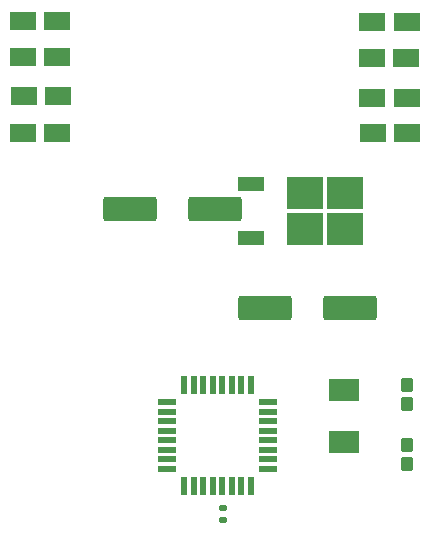
<source format=gbr>
%TF.GenerationSoftware,KiCad,Pcbnew,(6.0.5-0)*%
%TF.CreationDate,2022-06-28T17:28:19+02:00*%
%TF.ProjectId,JeepPCB,4a656570-5043-4422-9e6b-696361645f70,rev?*%
%TF.SameCoordinates,Original*%
%TF.FileFunction,Paste,Top*%
%TF.FilePolarity,Positive*%
%FSLAX46Y46*%
G04 Gerber Fmt 4.6, Leading zero omitted, Abs format (unit mm)*
G04 Created by KiCad (PCBNEW (6.0.5-0)) date 2022-06-28 17:28:19*
%MOMM*%
%LPD*%
G01*
G04 APERTURE LIST*
G04 Aperture macros list*
%AMRoundRect*
0 Rectangle with rounded corners*
0 $1 Rounding radius*
0 $2 $3 $4 $5 $6 $7 $8 $9 X,Y pos of 4 corners*
0 Add a 4 corners polygon primitive as box body*
4,1,4,$2,$3,$4,$5,$6,$7,$8,$9,$2,$3,0*
0 Add four circle primitives for the rounded corners*
1,1,$1+$1,$2,$3*
1,1,$1+$1,$4,$5*
1,1,$1+$1,$6,$7*
1,1,$1+$1,$8,$9*
0 Add four rect primitives between the rounded corners*
20,1,$1+$1,$2,$3,$4,$5,0*
20,1,$1+$1,$4,$5,$6,$7,0*
20,1,$1+$1,$6,$7,$8,$9,0*
20,1,$1+$1,$8,$9,$2,$3,0*%
G04 Aperture macros list end*
%ADD10R,3.050000X2.750000*%
%ADD11R,2.200000X1.200000*%
%ADD12RoundRect,0.250000X0.275000X-0.375000X0.275000X0.375000X-0.275000X0.375000X-0.275000X-0.375000X0*%
%ADD13R,2.200000X1.500000*%
%ADD14R,1.600000X0.550000*%
%ADD15R,0.550000X1.600000*%
%ADD16R,2.500000X1.900000*%
%ADD17RoundRect,0.250001X-1.999999X-0.799999X1.999999X-0.799999X1.999999X0.799999X-1.999999X0.799999X0*%
%ADD18RoundRect,0.135000X0.185000X-0.135000X0.185000X0.135000X-0.185000X0.135000X-0.185000X-0.135000X0*%
G04 APERTURE END LIST*
D10*
%TO.C,RL1*%
X71775000Y-60525000D03*
X71775000Y-57475000D03*
X68425000Y-60525000D03*
X68425000Y-57475000D03*
D11*
X63800000Y-56720000D03*
X63800000Y-61280000D03*
%TD*%
D12*
%TO.C,C3*%
X77000000Y-80400000D03*
X77000000Y-78800000D03*
%TD*%
D13*
%TO.C,D4*%
X74100000Y-43000000D03*
X77000000Y-43000000D03*
%TD*%
%TO.C,D6*%
X44550000Y-52400000D03*
X47450000Y-52400000D03*
%TD*%
D14*
%TO.C,U1*%
X65250000Y-80800000D03*
X65250000Y-80000000D03*
X65250000Y-79200000D03*
X65250000Y-78400000D03*
X65250000Y-77600000D03*
X65250000Y-76800000D03*
X65250000Y-76000000D03*
X65250000Y-75200000D03*
D15*
X63800000Y-73750000D03*
X63000000Y-73750000D03*
X62200000Y-73750000D03*
X61400000Y-73750000D03*
X60600000Y-73750000D03*
X59800000Y-73750000D03*
X59000000Y-73750000D03*
X58200000Y-73750000D03*
D14*
X56750000Y-75200000D03*
X56750000Y-76000000D03*
X56750000Y-76800000D03*
X56750000Y-77600000D03*
X56750000Y-78400000D03*
X56750000Y-79200000D03*
X56750000Y-80000000D03*
X56750000Y-80800000D03*
D15*
X58200000Y-82250000D03*
X59000000Y-82250000D03*
X59800000Y-82250000D03*
X60600000Y-82250000D03*
X61400000Y-82250000D03*
X62200000Y-82250000D03*
X63000000Y-82250000D03*
X63800000Y-82250000D03*
%TD*%
D13*
%TO.C,D1*%
X74100000Y-49450000D03*
X77000000Y-49450000D03*
%TD*%
%TO.C,D8*%
X44550000Y-42950000D03*
X47450000Y-42950000D03*
%TD*%
%TO.C,D2*%
X74150000Y-52350000D03*
X77050000Y-52350000D03*
%TD*%
%TO.C,D5*%
X44600000Y-49300000D03*
X47500000Y-49300000D03*
%TD*%
D16*
%TO.C,Y1*%
X71700000Y-74150000D03*
X71700000Y-78550000D03*
%TD*%
D17*
%TO.C,C2*%
X53550000Y-58850000D03*
X60750000Y-58850000D03*
%TD*%
D12*
%TO.C,C4*%
X77000000Y-75300000D03*
X77000000Y-73700000D03*
%TD*%
D18*
%TO.C,R1*%
X61450000Y-85160000D03*
X61450000Y-84140000D03*
%TD*%
D17*
%TO.C,C1*%
X65000000Y-67200000D03*
X72200000Y-67200000D03*
%TD*%
D13*
%TO.C,D7*%
X44550000Y-45950000D03*
X47450000Y-45950000D03*
%TD*%
%TO.C,D3*%
X74050000Y-46050000D03*
X76950000Y-46050000D03*
%TD*%
M02*

</source>
